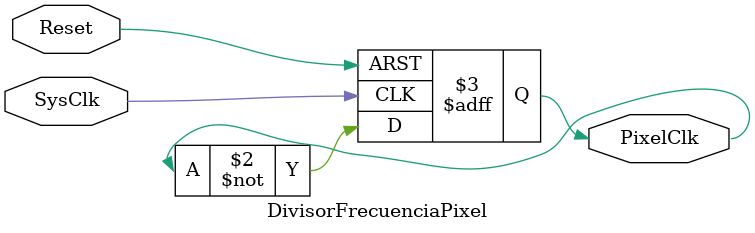
<source format=v>
`timescale 1ns / 1ps

module DivisorFrecuenciaPixel(
	input SysClk,
	input Reset,
	output reg PixelClk
    );
	
	always @(posedge SysClk or posedge Reset)
	begin
		// Resetear el divisor y poner a 0
		if(Reset) PixelClk <= 0;
		// Comenzar division de frecuencia
		else
		begin
			// Cambiar de estado
			PixelClk <= ~PixelClk;
		end
	end

endmodule

</source>
